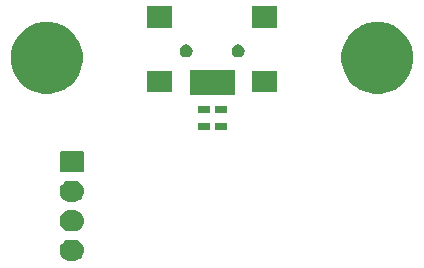
<source format=gbr>
G04 #@! TF.GenerationSoftware,KiCad,Pcbnew,(5.1.4)-1*
G04 #@! TF.CreationDate,2020-06-06T20:18:40+01:00*
G04 #@! TF.ProjectId,RF_R1_USB2USB_SPIPin_v1,52465f52-315f-4555-9342-325553425f53,rev?*
G04 #@! TF.SameCoordinates,Original*
G04 #@! TF.FileFunction,Soldermask,Bot*
G04 #@! TF.FilePolarity,Negative*
%FSLAX46Y46*%
G04 Gerber Fmt 4.6, Leading zero omitted, Abs format (unit mm)*
G04 Created by KiCad (PCBNEW (5.1.4)-1) date 2020-06-06 20:18:40*
%MOMM*%
%LPD*%
G04 APERTURE LIST*
%ADD10C,0.100000*%
G04 APERTURE END LIST*
D10*
G36*
X132355442Y-72405518D02*
G01*
X132421627Y-72412037D01*
X132591466Y-72463557D01*
X132747991Y-72547222D01*
X132783729Y-72576552D01*
X132885186Y-72659814D01*
X132968448Y-72761271D01*
X132997778Y-72797009D01*
X133081443Y-72953534D01*
X133132963Y-73123373D01*
X133150359Y-73300000D01*
X133132963Y-73476627D01*
X133081443Y-73646466D01*
X132997778Y-73802991D01*
X132968448Y-73838729D01*
X132885186Y-73940186D01*
X132783729Y-74023448D01*
X132747991Y-74052778D01*
X132591466Y-74136443D01*
X132421627Y-74187963D01*
X132355443Y-74194481D01*
X132289260Y-74201000D01*
X131950740Y-74201000D01*
X131884557Y-74194481D01*
X131818373Y-74187963D01*
X131648534Y-74136443D01*
X131492009Y-74052778D01*
X131456271Y-74023448D01*
X131354814Y-73940186D01*
X131271552Y-73838729D01*
X131242222Y-73802991D01*
X131158557Y-73646466D01*
X131107037Y-73476627D01*
X131089641Y-73300000D01*
X131107037Y-73123373D01*
X131158557Y-72953534D01*
X131242222Y-72797009D01*
X131271552Y-72761271D01*
X131354814Y-72659814D01*
X131456271Y-72576552D01*
X131492009Y-72547222D01*
X131648534Y-72463557D01*
X131818373Y-72412037D01*
X131884558Y-72405518D01*
X131950740Y-72399000D01*
X132289260Y-72399000D01*
X132355442Y-72405518D01*
X132355442Y-72405518D01*
G37*
G36*
X132355442Y-69905518D02*
G01*
X132421627Y-69912037D01*
X132591466Y-69963557D01*
X132747991Y-70047222D01*
X132783729Y-70076552D01*
X132885186Y-70159814D01*
X132968448Y-70261271D01*
X132997778Y-70297009D01*
X133081443Y-70453534D01*
X133132963Y-70623373D01*
X133150359Y-70800000D01*
X133132963Y-70976627D01*
X133081443Y-71146466D01*
X132997778Y-71302991D01*
X132968448Y-71338729D01*
X132885186Y-71440186D01*
X132783729Y-71523448D01*
X132747991Y-71552778D01*
X132591466Y-71636443D01*
X132421627Y-71687963D01*
X132355443Y-71694481D01*
X132289260Y-71701000D01*
X131950740Y-71701000D01*
X131884557Y-71694481D01*
X131818373Y-71687963D01*
X131648534Y-71636443D01*
X131492009Y-71552778D01*
X131456271Y-71523448D01*
X131354814Y-71440186D01*
X131271552Y-71338729D01*
X131242222Y-71302991D01*
X131158557Y-71146466D01*
X131107037Y-70976627D01*
X131089641Y-70800000D01*
X131107037Y-70623373D01*
X131158557Y-70453534D01*
X131242222Y-70297009D01*
X131271552Y-70261271D01*
X131354814Y-70159814D01*
X131456271Y-70076552D01*
X131492009Y-70047222D01*
X131648534Y-69963557D01*
X131818373Y-69912037D01*
X131884558Y-69905518D01*
X131950740Y-69899000D01*
X132289260Y-69899000D01*
X132355442Y-69905518D01*
X132355442Y-69905518D01*
G37*
G36*
X132355443Y-67405519D02*
G01*
X132421627Y-67412037D01*
X132591466Y-67463557D01*
X132747991Y-67547222D01*
X132783729Y-67576552D01*
X132885186Y-67659814D01*
X132968448Y-67761271D01*
X132997778Y-67797009D01*
X133081443Y-67953534D01*
X133132963Y-68123373D01*
X133150359Y-68300000D01*
X133132963Y-68476627D01*
X133081443Y-68646466D01*
X132997778Y-68802991D01*
X132968448Y-68838729D01*
X132885186Y-68940186D01*
X132783729Y-69023448D01*
X132747991Y-69052778D01*
X132591466Y-69136443D01*
X132421627Y-69187963D01*
X132355442Y-69194482D01*
X132289260Y-69201000D01*
X131950740Y-69201000D01*
X131884558Y-69194482D01*
X131818373Y-69187963D01*
X131648534Y-69136443D01*
X131492009Y-69052778D01*
X131456271Y-69023448D01*
X131354814Y-68940186D01*
X131271552Y-68838729D01*
X131242222Y-68802991D01*
X131158557Y-68646466D01*
X131107037Y-68476627D01*
X131089641Y-68300000D01*
X131107037Y-68123373D01*
X131158557Y-67953534D01*
X131242222Y-67797009D01*
X131271552Y-67761271D01*
X131354814Y-67659814D01*
X131456271Y-67576552D01*
X131492009Y-67547222D01*
X131648534Y-67463557D01*
X131818373Y-67412037D01*
X131884557Y-67405519D01*
X131950740Y-67399000D01*
X132289260Y-67399000D01*
X132355443Y-67405519D01*
X132355443Y-67405519D01*
G37*
G36*
X133003600Y-64902989D02*
G01*
X133036652Y-64913015D01*
X133067103Y-64929292D01*
X133093799Y-64951201D01*
X133115708Y-64977897D01*
X133131985Y-65008348D01*
X133142011Y-65041400D01*
X133146000Y-65081903D01*
X133146000Y-66518097D01*
X133142011Y-66558600D01*
X133131985Y-66591652D01*
X133115708Y-66622103D01*
X133093799Y-66648799D01*
X133067103Y-66670708D01*
X133036652Y-66686985D01*
X133003600Y-66697011D01*
X132963097Y-66701000D01*
X131276903Y-66701000D01*
X131236400Y-66697011D01*
X131203348Y-66686985D01*
X131172897Y-66670708D01*
X131146201Y-66648799D01*
X131124292Y-66622103D01*
X131108015Y-66591652D01*
X131097989Y-66558600D01*
X131094000Y-66518097D01*
X131094000Y-65081903D01*
X131097989Y-65041400D01*
X131108015Y-65008348D01*
X131124292Y-64977897D01*
X131146201Y-64951201D01*
X131172897Y-64929292D01*
X131203348Y-64913015D01*
X131236400Y-64902989D01*
X131276903Y-64899000D01*
X132963097Y-64899000D01*
X133003600Y-64902989D01*
X133003600Y-64902989D01*
G37*
G36*
X143801000Y-63151000D02*
G01*
X142799000Y-63151000D01*
X142799000Y-62549000D01*
X143801000Y-62549000D01*
X143801000Y-63151000D01*
X143801000Y-63151000D01*
G37*
G36*
X145251000Y-63151000D02*
G01*
X144249000Y-63151000D01*
X144249000Y-62549000D01*
X145251000Y-62549000D01*
X145251000Y-63151000D01*
X145251000Y-63151000D01*
G37*
G36*
X143801000Y-61651000D02*
G01*
X142799000Y-61651000D01*
X142799000Y-61049000D01*
X143801000Y-61049000D01*
X143801000Y-61651000D01*
X143801000Y-61651000D01*
G37*
G36*
X145251000Y-61651000D02*
G01*
X144249000Y-61651000D01*
X144249000Y-61049000D01*
X145251000Y-61049000D01*
X145251000Y-61651000D01*
X145251000Y-61651000D01*
G37*
G36*
X145901000Y-60151000D02*
G01*
X142099000Y-60151000D01*
X142099000Y-58049000D01*
X145901000Y-58049000D01*
X145901000Y-60151000D01*
X145901000Y-60151000D01*
G37*
G36*
X158889943Y-54066248D02*
G01*
X159445189Y-54296238D01*
X159676806Y-54451000D01*
X159944899Y-54630134D01*
X160369866Y-55055101D01*
X160518440Y-55277458D01*
X160703762Y-55554811D01*
X160933752Y-56110057D01*
X161051000Y-56699501D01*
X161051000Y-57300499D01*
X160933752Y-57889943D01*
X160703762Y-58445189D01*
X160703761Y-58445190D01*
X160369866Y-58944899D01*
X159944899Y-59369866D01*
X159804573Y-59463629D01*
X159445189Y-59703762D01*
X158889943Y-59933752D01*
X158300499Y-60051000D01*
X157699501Y-60051000D01*
X157110057Y-59933752D01*
X156554811Y-59703762D01*
X156195427Y-59463629D01*
X156055101Y-59369866D01*
X155630134Y-58944899D01*
X155296239Y-58445190D01*
X155296238Y-58445189D01*
X155066248Y-57889943D01*
X154949000Y-57300499D01*
X154949000Y-56699501D01*
X155066248Y-56110057D01*
X155296238Y-55554811D01*
X155481560Y-55277458D01*
X155630134Y-55055101D01*
X156055101Y-54630134D01*
X156323194Y-54451000D01*
X156554811Y-54296238D01*
X157110057Y-54066248D01*
X157699501Y-53949000D01*
X158300499Y-53949000D01*
X158889943Y-54066248D01*
X158889943Y-54066248D01*
G37*
G36*
X130889943Y-54066248D02*
G01*
X131445189Y-54296238D01*
X131676806Y-54451000D01*
X131944899Y-54630134D01*
X132369866Y-55055101D01*
X132518440Y-55277458D01*
X132703762Y-55554811D01*
X132933752Y-56110057D01*
X133051000Y-56699501D01*
X133051000Y-57300499D01*
X132933752Y-57889943D01*
X132703762Y-58445189D01*
X132703761Y-58445190D01*
X132369866Y-58944899D01*
X131944899Y-59369866D01*
X131804573Y-59463629D01*
X131445189Y-59703762D01*
X130889943Y-59933752D01*
X130300499Y-60051000D01*
X129699501Y-60051000D01*
X129110057Y-59933752D01*
X128554811Y-59703762D01*
X128195427Y-59463629D01*
X128055101Y-59369866D01*
X127630134Y-58944899D01*
X127296239Y-58445190D01*
X127296238Y-58445189D01*
X127066248Y-57889943D01*
X126949000Y-57300499D01*
X126949000Y-56699501D01*
X127066248Y-56110057D01*
X127296238Y-55554811D01*
X127481560Y-55277458D01*
X127630134Y-55055101D01*
X128055101Y-54630134D01*
X128323194Y-54451000D01*
X128554811Y-54296238D01*
X129110057Y-54066248D01*
X129699501Y-53949000D01*
X130300499Y-53949000D01*
X130889943Y-54066248D01*
X130889943Y-54066248D01*
G37*
G36*
X149501000Y-59901000D02*
G01*
X147399000Y-59901000D01*
X147399000Y-58099000D01*
X149501000Y-58099000D01*
X149501000Y-59901000D01*
X149501000Y-59901000D01*
G37*
G36*
X140601000Y-59901000D02*
G01*
X138499000Y-59901000D01*
X138499000Y-58099000D01*
X140601000Y-58099000D01*
X140601000Y-59901000D01*
X140601000Y-59901000D01*
G37*
G36*
X146360721Y-55870174D02*
G01*
X146460995Y-55911709D01*
X146460996Y-55911710D01*
X146551242Y-55972010D01*
X146627990Y-56048758D01*
X146627991Y-56048760D01*
X146688291Y-56139005D01*
X146729826Y-56239279D01*
X146751000Y-56345730D01*
X146751000Y-56454270D01*
X146729826Y-56560721D01*
X146688291Y-56660995D01*
X146688290Y-56660996D01*
X146627990Y-56751242D01*
X146551242Y-56827990D01*
X146505812Y-56858345D01*
X146460995Y-56888291D01*
X146360721Y-56929826D01*
X146254270Y-56951000D01*
X146145730Y-56951000D01*
X146039279Y-56929826D01*
X145939005Y-56888291D01*
X145894188Y-56858345D01*
X145848758Y-56827990D01*
X145772010Y-56751242D01*
X145711710Y-56660996D01*
X145711709Y-56660995D01*
X145670174Y-56560721D01*
X145649000Y-56454270D01*
X145649000Y-56345730D01*
X145670174Y-56239279D01*
X145711709Y-56139005D01*
X145772009Y-56048760D01*
X145772010Y-56048758D01*
X145848758Y-55972010D01*
X145939004Y-55911710D01*
X145939005Y-55911709D01*
X146039279Y-55870174D01*
X146145730Y-55849000D01*
X146254270Y-55849000D01*
X146360721Y-55870174D01*
X146360721Y-55870174D01*
G37*
G36*
X141960721Y-55870174D02*
G01*
X142060995Y-55911709D01*
X142060996Y-55911710D01*
X142151242Y-55972010D01*
X142227990Y-56048758D01*
X142227991Y-56048760D01*
X142288291Y-56139005D01*
X142329826Y-56239279D01*
X142351000Y-56345730D01*
X142351000Y-56454270D01*
X142329826Y-56560721D01*
X142288291Y-56660995D01*
X142288290Y-56660996D01*
X142227990Y-56751242D01*
X142151242Y-56827990D01*
X142105812Y-56858345D01*
X142060995Y-56888291D01*
X141960721Y-56929826D01*
X141854270Y-56951000D01*
X141745730Y-56951000D01*
X141639279Y-56929826D01*
X141539005Y-56888291D01*
X141494188Y-56858345D01*
X141448758Y-56827990D01*
X141372010Y-56751242D01*
X141311710Y-56660996D01*
X141311709Y-56660995D01*
X141270174Y-56560721D01*
X141249000Y-56454270D01*
X141249000Y-56345730D01*
X141270174Y-56239279D01*
X141311709Y-56139005D01*
X141372009Y-56048760D01*
X141372010Y-56048758D01*
X141448758Y-55972010D01*
X141539004Y-55911710D01*
X141539005Y-55911709D01*
X141639279Y-55870174D01*
X141745730Y-55849000D01*
X141854270Y-55849000D01*
X141960721Y-55870174D01*
X141960721Y-55870174D01*
G37*
G36*
X149501000Y-54451000D02*
G01*
X147399000Y-54451000D01*
X147399000Y-52649000D01*
X149501000Y-52649000D01*
X149501000Y-54451000D01*
X149501000Y-54451000D01*
G37*
G36*
X140601000Y-54451000D02*
G01*
X138499000Y-54451000D01*
X138499000Y-52649000D01*
X140601000Y-52649000D01*
X140601000Y-54451000D01*
X140601000Y-54451000D01*
G37*
M02*

</source>
